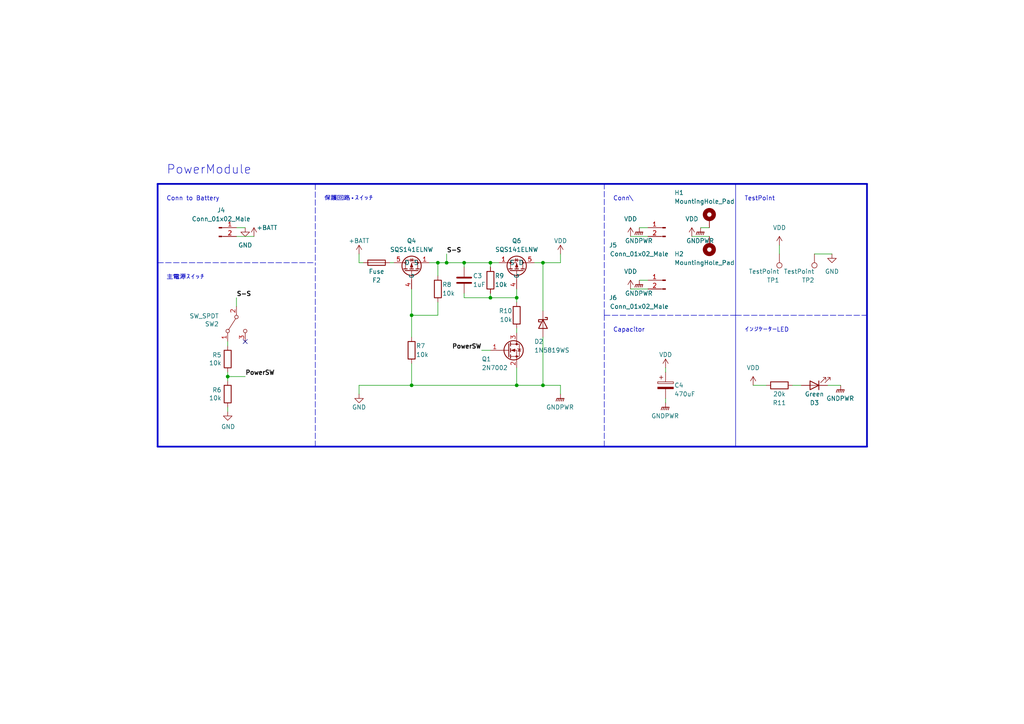
<source format=kicad_sch>
(kicad_sch (version 20230121) (generator eeschema)
  (paper "A4")
  (lib_symbols
    (symbol "AON6411_1"
      (property "Reference" "Q" (at 5.08 1.905 0))
      (property "Value" "AON6411" (at 5.08 0 0))
      (symbol "AON6411_1_0_1"
        (polyline (pts (xy 0.254 0) (xy -2.54 0)))
        (polyline (pts (xy 0.254 1.905) (xy 0.254 -1.905)) (stroke (width 0.254)))
        (polyline (pts (xy 0.762 -1.27) (xy 0.762 -2.286)) (stroke (width 0.254)))
        (polyline (pts (xy 0.762 0.508) (xy 0.762 -0.508)) (stroke (width 0.254)))
        (polyline (pts (xy 0.762 2.286) (xy 0.762 1.27)) (stroke (width 0.254)))
        (polyline (pts (xy 2.54 2.54) (xy 2.54 1.778)))
        (polyline (pts (xy 2.54 -2.54) (xy 2.54 0) (xy 0.762 0)))
        (polyline (pts (xy 0.762 1.778) (xy 3.302 1.778) (xy 3.302 -1.778) (xy 0.762 -1.778)))
        (polyline (pts (xy 2.286 0) (xy 1.27 0.381) (xy 1.27 -0.381) (xy 2.286 0)) (fill (type outline)))
        (polyline (pts (xy 2.794 -0.508) (xy 2.921 -0.381) (xy 3.683 -0.381) (xy 3.81 -0.254)))
        (polyline (pts (xy 3.302 -0.381) (xy 2.921 0.254) (xy 3.683 0.254) (xy 3.302 -0.381)))
        (circle (center 1.651 0) (radius 2.794) (stroke (width 0.254)))
        (circle (center 2.54 -1.778) (radius 0.254) (fill (type outline)))
        (circle (center 2.54 1.778) (radius 0.254) (fill (type outline)))
      )
      (symbol "AON6411_1_1_1"
        (pin passive line (at 2.54 -5.08 90) (length 2.54) (name "S") (number "1"))
        (pin passive line (at 2.54 -5.08 90) (length 2.54) hide (name "S") (number "2"))
        (pin passive line (at 2.54 -5.08 90) (length 2.54) hide (name "S") (number "3"))
        (pin input line (at -5.08 0 0) (length 2.54) (name "G") (number "4"))
        (pin passive line (at 2.54 5.08 270) (length 2.54) (name "D") (number "5"))
      )
    )
    (symbol "Connector:Conn_01x02_Male" (pin_names (offset 1.016) hide)
      (property "Reference" "J" (at 0 2.54 0))
      (property "Value" "Conn_01x02_Male" (at 0 -5.08 0))
      (symbol "Conn_01x02_Male_1_1"
        (polyline (pts (xy 1.27 -2.54) (xy 0.8636 -2.54)) (stroke (width 0.1524)))
        (polyline (pts (xy 1.27 0) (xy 0.8636 0)) (stroke (width 0.1524)))
        (rectangle (start 0.8636 -2.413) (end 0 -2.667) (stroke (width 0.1524)) (fill (type outline)))
        (rectangle (start 0.8636 0.127) (end 0 -0.127) (stroke (width 0.1524)) (fill (type outline)))
        (pin passive line (at 5.08 0 180) (length 3.81) (name "Pin_1") (number "1"))
        (pin passive line (at 5.08 -2.54 180) (length 3.81) (name "Pin_2") (number "2"))
      )
    )
    (symbol "Connector:TestPoint" (pin_numbers hide) (pin_names (offset 0.762) hide)
      (property "Reference" "TP" (at 0 6.858 0))
      (property "Value" "TestPoint" (at 0 5.08 0))
      (symbol "TestPoint_0_1"
        (circle (center 0 3.302) (radius 0.762))
      )
      (symbol "TestPoint_1_1"
        (pin passive line (at 0 0 90) (length 2.54) (name "1") (number "1"))
      )
    )
    (symbol "D_Schottky_3" (pin_numbers hide) (pin_names (offset 1.016) hide)
      (property "Reference" "D" (at 0 2.54 0))
      (property "Value" "D_Schottky_3" (at 0 -2.54 0))
      (symbol "D_Schottky_3_0_1"
        (polyline (pts (xy 1.27 0) (xy -1.27 0)))
        (polyline (pts (xy 1.27 1.27) (xy 1.27 -1.27) (xy -1.27 0) (xy 1.27 1.27)) (stroke (width 0.254)))
        (polyline (pts (xy -1.905 0.635) (xy -1.905 1.27) (xy -1.27 1.27) (xy -1.27 -1.27) (xy -0.635 -1.27) (xy -0.635 -0.635)) (stroke (width 0.254)))
      )
      (symbol "D_Schottky_3_1_1"
        (pin passive line (at -3.81 0 0) (length 2.54) (name "K") (number "1"))
        (pin passive line (at 3.81 0 180) (length 2.54) (name "A") (number "2"))
      )
    )
    (symbol "Device:C" (pin_numbers hide) (pin_names (offset 0.254))
      (property "Reference" "C" (at 0.635 2.54 0))
      (property "Value" "C" (at 0.635 -2.54 0))
      (symbol "C_0_1"
        (polyline (pts (xy -2.032 -0.762) (xy 2.032 -0.762)) (stroke (width 0.508)))
        (polyline (pts (xy -2.032 0.762) (xy 2.032 0.762)) (stroke (width 0.508)))
      )
      (symbol "C_1_1"
        (pin passive line (at 0 3.81 270) (length 2.794) (name "~") (number "1"))
        (pin passive line (at 0 -3.81 90) (length 2.794) (name "~") (number "2"))
      )
    )
    (symbol "Device:C_Polarized" (pin_numbers hide) (pin_names (offset 0.254))
      (property "Reference" "C" (at 0.635 2.54 0))
      (property "Value" "C_Polarized" (at 0.635 -2.54 0))
      (symbol "C_Polarized_0_1"
        (rectangle (start -2.286 0.508) (end 2.286 1.016))
        (polyline (pts (xy -1.778 2.286) (xy -0.762 2.286)))
        (polyline (pts (xy -1.27 2.794) (xy -1.27 1.778)))
        (rectangle (start 2.286 -0.508) (end -2.286 -1.016) (fill (type outline)))
      )
      (symbol "C_Polarized_1_1"
        (pin passive line (at 0 3.81 270) (length 2.794) (name "~") (number "1"))
        (pin passive line (at 0 -3.81 90) (length 2.794) (name "~") (number "2"))
      )
    )
    (symbol "Device:Fuse" (pin_numbers hide) (pin_names (offset 0))
      (property "Reference" "F" (at 2.032 0 90))
      (property "Value" "Fuse" (at -1.905 0 90))
      (symbol "Fuse_0_1"
        (rectangle (start -0.762 -2.54) (end 0.762 2.54) (stroke (width 0.254)))
        (polyline (pts (xy 0 2.54) (xy 0 -2.54)))
      )
      (symbol "Fuse_1_1"
        (pin passive line (at 0 3.81 270) (length 1.27) (name "~") (number "1"))
        (pin passive line (at 0 -3.81 90) (length 1.27) (name "~") (number "2"))
      )
    )
    (symbol "Device:LED" (pin_numbers hide) (pin_names (offset 1.016) hide)
      (property "Reference" "D" (at 0 2.54 0))
      (property "Value" "LED" (at 0 -2.54 0))
      (symbol "LED_0_1"
        (polyline (pts (xy -1.27 -1.27) (xy -1.27 1.27)) (stroke (width 0.254)))
        (polyline (pts (xy -1.27 0) (xy 1.27 0)))
        (polyline (pts (xy 1.27 -1.27) (xy 1.27 1.27) (xy -1.27 0) (xy 1.27 -1.27)) (stroke (width 0.254)))
        (polyline (pts (xy -3.048 -0.762) (xy -4.572 -2.286) (xy -3.81 -2.286) (xy -4.572 -2.286) (xy -4.572 -1.524)))
        (polyline (pts (xy -1.778 -0.762) (xy -3.302 -2.286) (xy -2.54 -2.286) (xy -3.302 -2.286) (xy -3.302 -1.524)))
      )
      (symbol "LED_1_1"
        (pin passive line (at -3.81 0 0) (length 2.54) (name "K") (number "1"))
        (pin passive line (at 3.81 0 180) (length 2.54) (name "A") (number "2"))
      )
    )
    (symbol "Device:R" (pin_numbers hide) (pin_names (offset 0))
      (property "Reference" "R" (at 2.032 0 90))
      (property "Value" "R" (at 0 0 90))
      (symbol "R_0_1"
        (rectangle (start -1.016 -2.54) (end 1.016 2.54) (stroke (width 0.254)))
      )
      (symbol "R_1_1"
        (pin passive line (at 0 3.81 270) (length 1.27) (name "~") (number "1"))
        (pin passive line (at 0 -3.81 90) (length 1.27) (name "~") (number "2"))
      )
    )
    (symbol "Mechanical:MountingHole_Pad" (pin_numbers hide) (pin_names (offset 1.016) hide)
      (property "Reference" "H" (at 0 6.35 0))
      (property "Value" "MountingHole_Pad" (at 0 4.445 0))
      (symbol "MountingHole_Pad_0_1"
        (circle (center 0 1.27) (radius 1.27) (stroke (width 1.27)))
      )
      (symbol "MountingHole_Pad_1_1"
        (pin input line (at 0 -2.54 90) (length 2.54) (name "1") (number "1"))
      )
    )
    (symbol "Switch:SW_SPDT" (pin_names (offset 0) hide)
      (property "Reference" "SW" (at 0 4.318 0))
      (property "Value" "SW_SPDT" (at 0 -5.08 0))
      (symbol "SW_SPDT_0_0"
        (circle (center -2.032 0) (radius 0.508))
        (circle (center 2.032 -2.54) (radius 0.508))
      )
      (symbol "SW_SPDT_0_1"
        (polyline (pts (xy -1.524 0.254) (xy 1.651 2.286)))
        (circle (center 2.032 2.54) (radius 0.508))
      )
      (symbol "SW_SPDT_1_1"
        (pin passive line (at 5.08 2.54 180) (length 2.54) (name "A") (number "1"))
        (pin passive line (at -5.08 0 0) (length 2.54) (name "B") (number "2"))
        (pin passive line (at 5.08 -2.54 180) (length 2.54) (name "C") (number "3"))
      )
    )
    (symbol "Transistor_FET:2N7002" (pin_names hide)
      (property "Reference" "Q" (at 5.08 1.905 0))
      (property "Value" "2N7002" (at 5.08 0 0))
      (symbol "2N7002_0_1"
        (polyline (pts (xy 0.254 0) (xy -2.54 0)))
        (polyline (pts (xy 0.254 1.905) (xy 0.254 -1.905)) (stroke (width 0.254)))
        (polyline (pts (xy 0.762 -1.27) (xy 0.762 -2.286)) (stroke (width 0.254)))
        (polyline (pts (xy 0.762 0.508) (xy 0.762 -0.508)) (stroke (width 0.254)))
        (polyline (pts (xy 0.762 2.286) (xy 0.762 1.27)) (stroke (width 0.254)))
        (polyline (pts (xy 2.54 2.54) (xy 2.54 1.778)))
        (polyline (pts (xy 2.54 -2.54) (xy 2.54 0) (xy 0.762 0)))
        (polyline (pts (xy 0.762 -1.778) (xy 3.302 -1.778) (xy 3.302 1.778) (xy 0.762 1.778)))
        (polyline (pts (xy 1.016 0) (xy 2.032 0.381) (xy 2.032 -0.381) (xy 1.016 0)) (fill (type outline)))
        (polyline (pts (xy 2.794 0.508) (xy 2.921 0.381) (xy 3.683 0.381) (xy 3.81 0.254)))
        (polyline (pts (xy 3.302 0.381) (xy 2.921 -0.254) (xy 3.683 -0.254) (xy 3.302 0.381)))
        (circle (center 1.651 0) (radius 2.794) (stroke (width 0.254)))
        (circle (center 2.54 -1.778) (radius 0.254) (fill (type outline)))
        (circle (center 2.54 1.778) (radius 0.254) (fill (type outline)))
      )
      (symbol "2N7002_1_1"
        (pin input line (at -5.08 0 0) (length 2.54) (name "G") (number "1"))
        (pin passive line (at 2.54 -5.08 90) (length 2.54) (name "S") (number "2"))
        (pin passive line (at 2.54 5.08 270) (length 2.54) (name "D") (number "3"))
      )
    )
    (symbol "Transistor_FET:AON6411"
      (property "Reference" "Q" (at 5.08 1.905 0))
      (property "Value" "AON6411" (at 5.08 0 0))
      (symbol "AON6411_0_1"
        (polyline (pts (xy 0.254 0) (xy -2.54 0)))
        (polyline (pts (xy 0.254 1.905) (xy 0.254 -1.905)) (stroke (width 0.254)))
        (polyline (pts (xy 0.762 -1.27) (xy 0.762 -2.286)) (stroke (width 0.254)))
        (polyline (pts (xy 0.762 0.508) (xy 0.762 -0.508)) (stroke (width 0.254)))
        (polyline (pts (xy 0.762 2.286) (xy 0.762 1.27)) (stroke (width 0.254)))
        (polyline (pts (xy 2.54 2.54) (xy 2.54 1.778)))
        (polyline (pts (xy 2.54 -2.54) (xy 2.54 0) (xy 0.762 0)))
        (polyline (pts (xy 0.762 1.778) (xy 3.302 1.778) (xy 3.302 -1.778) (xy 0.762 -1.778)))
        (polyline (pts (xy 2.286 0) (xy 1.27 0.381) (xy 1.27 -0.381) (xy 2.286 0)) (fill (type outline)))
        (polyline (pts (xy 2.794 -0.508) (xy 2.921 -0.381) (xy 3.683 -0.381) (xy 3.81 -0.254)))
        (polyline (pts (xy 3.302 -0.381) (xy 2.921 0.254) (xy 3.683 0.254) (xy 3.302 -0.381)))
        (circle (center 1.651 0) (radius 2.794) (stroke (width 0.254)))
        (circle (center 2.54 -1.778) (radius 0.254) (fill (type outline)))
        (circle (center 2.54 1.778) (radius 0.254) (fill (type outline)))
      )
      (symbol "AON6411_1_1"
        (pin passive line (at 2.54 -5.08 90) (length 2.54) (name "S") (number "1"))
        (pin passive line (at 2.54 -5.08 90) (length 2.54) hide (name "S") (number "2"))
        (pin passive line (at 2.54 -5.08 90) (length 2.54) hide (name "S") (number "3"))
        (pin input line (at -5.08 0 0) (length 2.54) (name "G") (number "4"))
        (pin passive line (at 2.54 5.08 270) (length 2.54) (name "D") (number "5"))
      )
    )
    (symbol "power:+BATT" (power) (pin_names (offset 0))
      (property "Value" "+BATT" (at 0 3.556 0))
      (symbol "+BATT_0_1"
        (polyline (pts (xy -0.762 1.27) (xy 0 2.54)))
        (polyline (pts (xy 0 0) (xy 0 2.54)))
        (polyline (pts (xy 0 2.54) (xy 0.762 1.27)))
      )
      (symbol "+BATT_1_1"
        (pin power_in line (at 0 0 90) (length 0) hide (name "+BATT") (number "1"))
      )
    )
    (symbol "power:GND" (power) (pin_names (offset 0))
      (property "Value" "GND" (at 0 -3.81 0))
      (symbol "GND_0_1"
        (polyline (pts (xy 0 0) (xy 0 -1.27) (xy 1.27 -1.27) (xy 0 -2.54) (xy -1.27 -1.27) (xy 0 -1.27)))
      )
      (symbol "GND_1_1"
        (pin power_in line (at 0 0 270) (length 0) hide (name "GND") (number "1"))
      )
    )
    (symbol "power:GNDPWR" (power) (pin_names (offset 0))
      (property "Value" "GNDPWR" (at 0 -3.302 0))
      (symbol "GNDPWR_0_1"
        (polyline (pts (xy 0 -1.27) (xy 0 0)))
        (polyline (pts (xy -1.016 -1.27) (xy -1.27 -2.032) (xy -1.27 -2.032)) (stroke (width 0.2032)))
        (polyline (pts (xy -0.508 -1.27) (xy -0.762 -2.032) (xy -0.762 -2.032)) (stroke (width 0.2032)))
        (polyline (pts (xy 0 -1.27) (xy -0.254 -2.032) (xy -0.254 -2.032)) (stroke (width 0.2032)))
        (polyline (pts (xy 0.508 -1.27) (xy 0.254 -2.032) (xy 0.254 -2.032)) (stroke (width 0.2032)))
        (polyline (pts (xy 1.016 -1.27) (xy -1.016 -1.27) (xy -1.016 -1.27)) (stroke (width 0.2032)))
        (polyline (pts (xy 1.016 -1.27) (xy 0.762 -2.032) (xy 0.762 -2.032) (xy 0.762 -2.032)) (stroke (width 0.2032)))
      )
      (symbol "GNDPWR_1_1"
        (pin power_in line (at 0 0 270) (length 0) hide (name "GNDPWR") (number "1"))
      )
    )
    (symbol "power:VDD" (power) (pin_names (offset 0))
      (property "Value" "VDD" (at 0 3.81 0))
      (symbol "VDD_0_1"
        (polyline (pts (xy -0.762 1.27) (xy 0 2.54)))
        (polyline (pts (xy 0 0) (xy 0 2.54)))
        (polyline (pts (xy 0 2.54) (xy 0.762 1.27)))
      )
      (symbol "VDD_1_1"
        (pin power_in line (at 0 0 90) (length 0) hide (name "VDD") (number "1"))
      )
    )
  )
  (junction (at 142.24 76.2))
  (junction (at 142.24 86.36))
  (junction (at 157.48 76.2))
  (junction (at 149.86 86.36))
  (junction (at 157.48 111.76))
  (junction (at 119.38 111.76))
  (junction (at 119.38 91.44))
  (junction (at 149.86 111.76))
  (junction (at 127 76.2))
  (junction (at 129.54 76.2))
  (junction (at 66.04 109.22))
  (junction (at 134.62 76.2))
  (no_connect (at 71.12 99.06))
  (polyline (pts (xy 45.72 53.34) (xy 251.46 53.34)) (stroke (width 0.5) (type solid)))
  (wire (pts (xy 129.54 73.66) (xy 129.54 76.2)))
  (wire (pts (xy 149.86 106.68) (xy 149.86 111.76)))
  (wire (pts (xy 162.56 114.3) (xy 162.56 111.76)))
  (wire (pts (xy 127 87.63) (xy 127 91.44)))
  (wire (pts (xy 104.14 111.76) (xy 119.38 111.76)))
  (wire (pts (xy 187.96 81.28) (xy 185.42 81.28)))
  (polyline (pts (xy 45.72 76.2) (xy 91.44 76.2)) (stroke (width 0) (type dash)))
  (wire (pts (xy 71.12 109.22) (xy 66.04 109.22)))
  (wire (pts (xy 205.74 66.04) (xy 203.2 66.04)))
  (wire (pts (xy 139.7 101.6) (xy 142.24 101.6)))
  (wire (pts (xy 157.48 76.2) (xy 162.56 76.2)))
  (wire (pts (xy 236.22 73.66) (xy 241.3 73.66)))
  (wire (pts (xy 154.94 76.2) (xy 157.48 76.2)))
  (wire (pts (xy 149.86 86.36) (xy 149.86 87.63)))
  (wire (pts (xy 66.04 118.11) (xy 66.04 119.38)))
  (wire (pts (xy 66.04 109.22) (xy 66.04 110.49)))
  (wire (pts (xy 127 91.44) (xy 119.38 91.44)))
  (wire (pts (xy 134.62 86.36) (xy 142.24 86.36)))
  (wire (pts (xy 229.87 111.76) (xy 232.41 111.76)))
  (wire (pts (xy 149.86 95.25) (xy 149.86 96.52)))
  (polyline (pts (xy 91.44 129.54) (xy 91.44 76.2)) (stroke (width 0) (type dash)))
  (wire (pts (xy 113.03 76.2) (xy 114.3 76.2)))
  (wire (pts (xy 218.44 111.76) (xy 222.25 111.76)))
  (wire (pts (xy 68.58 66.04) (xy 71.12 66.04)))
  (wire (pts (xy 157.48 111.76) (xy 162.56 111.76)))
  (wire (pts (xy 104.14 111.76) (xy 104.14 114.3)))
  (wire (pts (xy 124.46 76.2) (xy 127 76.2)))
  (wire (pts (xy 119.38 105.41) (xy 119.38 111.76)))
  (wire (pts (xy 157.48 97.79) (xy 157.48 111.76)))
  (wire (pts (xy 142.24 86.36) (xy 149.86 86.36)))
  (wire (pts (xy 193.04 106.68) (xy 193.04 107.95)))
  (wire (pts (xy 134.62 85.09) (xy 134.62 86.36)))
  (wire (pts (xy 157.48 76.2) (xy 157.48 90.17)))
  (wire (pts (xy 127 76.2) (xy 127 80.01)))
  (wire (pts (xy 119.38 83.82) (xy 119.38 91.44)))
  (wire (pts (xy 142.24 85.09) (xy 142.24 86.36)))
  (wire (pts (xy 66.04 107.95) (xy 66.04 109.22)))
  (wire (pts (xy 66.04 99.06) (xy 66.04 100.33)))
  (wire (pts (xy 142.24 76.2) (xy 144.78 76.2)))
  (polyline (pts (xy 213.36 91.44) (xy 251.46 91.44)) (stroke (width 0) (type dash)))
  (polyline (pts (xy 175.26 129.54) (xy 175.26 91.44)) (stroke (width 0) (type dash)))
  (wire (pts (xy 149.86 111.76) (xy 157.48 111.76)))
  (wire (pts (xy 193.04 115.57) (xy 193.04 116.84)))
  (wire (pts (xy 119.38 91.44) (xy 119.38 97.79)))
  (wire (pts (xy 104.14 76.2) (xy 105.41 76.2)))
  (wire (pts (xy 134.62 76.2) (xy 142.24 76.2)))
  (wire (pts (xy 68.58 68.58) (xy 73.66 68.58)))
  (wire (pts (xy 187.96 83.82) (xy 182.88 83.82)))
  (wire (pts (xy 187.96 68.58) (xy 182.88 68.58)))
  (wire (pts (xy 68.58 86.36) (xy 68.58 88.9)))
  (wire (pts (xy 240.03 111.76) (xy 243.84 111.76)))
  (wire (pts (xy 162.56 73.66) (xy 162.56 76.2)))
  (polyline (pts (xy 175.26 91.44) (xy 175.26 53.34)) (stroke (width 0) (type dash)))
  (polyline (pts (xy 251.46 129.54) (xy 45.72 129.54)) (stroke (width 0.5) (type solid)))
  (wire (pts (xy 134.62 76.2) (xy 134.62 77.47)))
  (wire (pts (xy 104.14 73.66) (xy 104.14 76.2)))
  (wire (pts (xy 187.96 66.04) (xy 185.42 66.04)))
  (wire (pts (xy 142.24 76.2) (xy 142.24 77.47)))
  (wire (pts (xy 205.74 68.58) (xy 200.66 68.58)))
  (polyline (pts (xy 91.44 53.34) (xy 91.44 76.2)) (stroke (width 0) (type dash)))
  (wire (pts (xy 149.86 83.82) (xy 149.86 86.36)))
  (polyline (pts (xy 251.46 53.34) (xy 251.46 129.54)) (stroke (width 0.5) (type solid)))
  (polyline (pts (xy 213.36 91.44) (xy 213.36 53.34)) (stroke (width 0) (type solid)))
  (polyline (pts (xy 45.72 129.54) (xy 45.72 53.34)) (stroke (width 0.5) (type solid)))
  (wire (pts (xy 119.38 111.76) (xy 149.86 111.76)))
  (wire (pts (xy 127 76.2) (xy 129.54 76.2)))
  (wire (pts (xy 226.06 71.12) (xy 226.06 73.66)))
  (wire (pts (xy 129.54 76.2) (xy 134.62 76.2)))
  (polyline (pts (xy 213.36 129.54) (xy 213.36 91.44)) (stroke (width 0) (type solid)))
  (polyline (pts (xy 175.26 91.44) (xy 213.36 91.44)) (stroke (width 0) (type dash)))
  (text "Capacitor" (at 177.8 96.52 0) (effects (font (size 1.27 1.27)) (justify left bottom)))
  (text "Conn\\" (at 177.8 58.42 0) (effects (font (size 1.27 1.27)) (justify left bottom)))
  (text "TestPoint" (at 215.9 58.42 0) (effects (font (size 1.27 1.27)) (justify left bottom)))
  (text "保護回路・スイッチ" (at 93.98 58.42 0) (effects (font (size 1.27 1.27)) (justify left bottom)))
  (text "インジケーターLED" (at 215.9 96.52 0) (effects (font (size 1.27 1.27)) (justify left bottom)))
  (text "主電源スイッチ" (at 48.26 81.28 0) (effects (font (size 1.27 1.27)) (justify left bottom)))
  (text "PowerModule" (at 48.26 50.8 0) (effects (font (size 2.54 2.54)) (justify left bottom)))
  (text "Conn to Battery" (at 48.26 58.42 0) (effects (font (size 1.27 1.27)) (justify left bottom)))
  (label "PowerSW" (at 71.12 109.22 0) (effects (font (thickness 0.254) bold)))
  (label "S-S" (at 68.58 86.36 0) (effects (font (thickness 0.254) bold)))
  (label "PowerSW" (at 139.7 101.6 180) (effects (font (thickness 0.254) bold)))
  (label "S-S" (at 129.54 73.66 0) (effects (font (thickness 0.254) bold)))
  (symbol (lib_id "Device:R") (at 142.24 81.28 0) (unit 1)
    (property "Reference" "R9" (at 143.51 80.01 0) (effects (justify left)))
    (property "Value" "10k" (at 143.51 82.55 0) (effects (justify left)))
    (property "Footprint" "Resistor_SMD:R_0402_1005Metric" (effects hide))
  )
  (symbol (lib_id "Transistor_FET:2N7002") (at 147.32 101.6 0) (unit 1)
    (property "Reference" "Q1" (at 139.7 104.14 0) (effects (justify left)))
    (property "Value" "2N7002" (at 139.7 106.68 0) (effects (justify left)))
    (property "Footprint" "Package_TO_SOT_SMD:SOT-23" (effects hide))
    (property "Datasheet" "https://www.onsemi.com/pub/Collateral/NDS7002A-D.PDF" (effects hide))
  )
  (symbol (lib_id "Device:R") (at 66.04 114.3 0) (mirror y) (unit 1)
    (property "Reference" "R6" (at 64.262 113.1316 0) (effects (justify left)))
    (property "Value" "10k" (at 64.262 115.443 0) (effects (justify left)))
    (property "Footprint" "Resistor_SMD:R_0402_1005Metric" (effects hide))
  )
  (symbol (lib_id "power:GNDPWR") (at 185.42 81.28 0) (unit 1)
    (property "Reference" "#PWR027" (effects hide))
    (property "Value" "GNDPWR" (at 185.293 85.09 0))
  )
  (symbol (lib_id "Connector:Conn_01x02_Male") (at 193.04 66.04 0) (mirror y) (unit 1)
    (property "Reference" "J5" (at 177.8 71.12 0))
    (property "Value" "Conn_01x02_Male" (at 185.42 73.66 0))
    (property "Footprint" "Connector_Molex:Molex_SPOX_5267-02A_1x02_P2.50mm_Vertical" (effects hide))
  )
  (symbol (lib_name "D_Schottky_3") (lib_id "Device:D_Schottky") (at 157.48 93.98 270) (unit 1)
    (property "Reference" "D2" (at 154.94 99.06 90) (effects (justify left)))
    (property "Value" "1N5819WS" (at 154.94 101.6 90) (effects (justify left)))
    (property "Footprint" "Diode_SMD:D_SOD-323_HandSoldering" (effects hide))
  )
  (symbol (lib_id "Connector:Conn_01x02_Male") (at 63.5 66.04 0) (unit 1)
    (property "Reference" "J4" (at 64.135 60.96 0))
    (property "Value" "Conn_01x02_Male" (at 64.135 63.5 0))
    (property "Footprint" "Connector_AMASS:AMASS_XT30U-M_1x02_P5.0mm_Vertical" (effects hide))
  )
  (symbol (lib_id "power:GND") (at 241.3 73.66 0) (unit 1)
    (property "Reference" "#PWR024" (effects hide))
    (property "Value" "GND" (at 241.3 78.74 0))
  )
  (symbol (lib_id "power:GNDPWR") (at 185.42 66.04 0) (unit 1)
    (property "Reference" "#PWR019" (effects hide))
    (property "Value" "GNDPWR" (at 185.293 69.85 0))
  )
  (symbol (lib_id "power:GNDPWR") (at 193.04 116.84 0) (unit 1)
    (property "Reference" "#PWR021" (effects hide))
    (property "Value" "GNDPWR" (at 192.913 120.65 0))
  )
  (symbol (lib_id "power:GND") (at 104.14 114.3 0) (unit 1)
    (property "Reference" "#PWR015" (effects hide))
    (property "Value" "GND" (at 104.14 118.11 0))
  )
  (symbol (lib_id "Device:C_Polarized") (at 193.04 111.76 0) (unit 1)
    (property "Reference" "C4" (at 195.58 111.76 0) (effects (justify left)))
    (property "Value" "470uF" (at 195.58 114.3 0) (effects (justify left)))
    (property "Footprint" "Capacitor_SMD:C_Elec_8x10.2" (effects hide))
  )
  (symbol (lib_id "power:GNDPWR") (at 243.84 111.76 0) (unit 1)
    (property "Reference" "#PWR025" (effects hide))
    (property "Value" "GNDPWR" (at 243.713 115.57 0))
  )
  (symbol (lib_id "power:VDD") (at 200.66 68.58 0) (unit 1)
    (property "Reference" "#PWR028" (effects hide))
    (property "Value" "VDD" (at 200.66 63.5 0))
  )
  (symbol (lib_id "Device:LED") (at 236.22 111.76 180) (unit 1)
    (property "Reference" "D3" (at 236.22 116.84 0))
    (property "Value" "Green" (at 236.22 114.3 0))
    (property "Footprint" "LED_SMD:LED_0603_1608Metric_Pad1.05x0.95mm_HandSolder" (effects hide))
  )
  (symbol (lib_id "Device:R") (at 149.86 91.44 0) (mirror y) (unit 1)
    (property "Reference" "R10" (at 148.59 90.17 0) (effects (justify left)))
    (property "Value" "10k" (at 148.59 92.71 0) (effects (justify left)))
    (property "Footprint" "Resistor_SMD:R_0402_1005Metric" (effects hide))
  )
  (symbol (lib_id "Mechanical:MountingHole_Pad") (at 205.74 63.5 0) (unit 1)
    (property "Reference" "H1" (at 195.58 55.88 0) (effects (justify left)))
    (property "Value" "MountingHole_Pad" (at 195.58 58.42 0) (effects (justify left)))
    (property "Footprint" "MountingHole:MountingHole_3.2mm_M3_Pad_Via" (effects hide))
  )
  (symbol (lib_id "Device:C") (at 134.62 81.28 0) (unit 1)
    (property "Reference" "C3" (at 137.16 80.01 0) (effects (justify left)))
    (property "Value" "1uF" (at 137.16 82.55 0) (effects (justify left)))
    (property "Footprint" "Capacitor_SMD:C_0402_1005Metric" (effects hide))
  )
  (symbol (lib_id "Device:R") (at 66.04 104.14 0) (mirror y) (unit 1)
    (property "Reference" "R5" (at 64.262 102.9716 0) (effects (justify left)))
    (property "Value" "10k" (at 64.262 105.283 0) (effects (justify left)))
    (property "Footprint" "Resistor_SMD:R_0402_1005Metric" (effects hide))
  )
  (symbol (lib_id "Device:R") (at 119.38 101.6 0) (unit 1)
    (property "Reference" "R7" (at 120.65 100.33 0) (effects (justify left)))
    (property "Value" "10k" (at 120.65 102.87 0) (effects (justify left)))
    (property "Footprint" "Resistor_SMD:R_0402_1005Metric" (effects hide))
  )
  (symbol (lib_id "Device:Fuse") (at 109.22 76.2 90) (mirror x) (unit 1)
    (property "Reference" "F2" (at 109.22 81.28 90))
    (property "Value" "Fuse" (at 109.22 78.74 90))
    (property "Footprint" "Fuse:Fuseholder_Blade_Mini_Keystone_3568" (effects hide))
  )
  (symbol (lib_id "Mechanical:MountingHole_Pad") (at 205.74 71.12 180) (unit 1)
    (property "Reference" "H2" (at 195.58 73.66 0) (effects (justify right)))
    (property "Value" "MountingHole_Pad" (at 195.58 76.2 0) (effects (justify right)))
    (property "Footprint" "MountingHole:MountingHole_3.2mm_M3_Pad_Via" (effects hide))
  )
  (symbol (lib_id "power:VDD") (at 218.44 111.76 0) (unit 1)
    (property "Reference" "#PWR022" (effects hide))
    (property "Value" "VDD" (at 218.44 106.68 0))
  )
  (symbol (lib_id "power:GND") (at 71.12 66.04 0) (unit 1)
    (property "Reference" "#PWR012" (effects hide))
    (property "Value" "GND" (at 71.12 71.12 0))
  )
  (symbol (lib_id "Device:R") (at 127 83.82 0) (unit 1)
    (property "Reference" "R8" (at 128.27 82.55 0) (effects (justify left)))
    (property "Value" "10k" (at 128.27 85.09 0) (effects (justify left)))
    (property "Footprint" "Resistor_SMD:R_0402_1005Metric" (effects hide))
  )
  (symbol (lib_id "power:GNDPWR") (at 203.2 66.04 0) (unit 1)
    (property "Reference" "#PWR029" (effects hide))
    (property "Value" "GNDPWR" (at 203.073 69.85 0))
  )
  (symbol (lib_id "Connector:TestPoint") (at 226.06 73.66 180) (unit 1)
    (property "Reference" "TP1" (at 226.06 81.28 0) (effects (justify left)))
    (property "Value" "TestPoint" (at 226.06 78.74 0) (effects (justify left)))
    (property "Footprint" "TestPoint:TestPoint_THTPad_D2.0mm_Drill1.0mm" (effects hide))
  )
  (symbol (lib_id "power:VDD") (at 193.04 106.68 0) (unit 1)
    (property "Reference" "#PWR020" (effects hide))
    (property "Value" "VDD" (at 193.04 102.87 0))
  )
  (symbol (lib_id "Switch:SW_SPDT") (at 68.58 93.98 90) (mirror x) (unit 1)
    (property "Reference" "SW2" (at 63.5 93.98 90) (effects (justify left)))
    (property "Value" "SW_SPDT" (at 63.5 91.6686 90) (effects (justify left)))
    (property "Footprint" "TomoshibiLibrary:SW_Slide_3P_SPDT" (effects hide))
  )
  (symbol (lib_id "power:+BATT") (at 104.14 73.66 0) (unit 1)
    (property "Reference" "#PWR014" (effects hide))
    (property "Value" "+BATT" (at 104.14 69.85 0))
  )
  (symbol (lib_id "power:VDD") (at 182.88 68.58 0) (unit 1)
    (property "Reference" "#PWR018" (effects hide))
    (property "Value" "VDD" (at 182.88 63.5 0))
  )
  (symbol (lib_id "Device:R") (at 226.06 111.76 270) (mirror x) (unit 1)
    (property "Reference" "R11" (at 226.06 116.84 90))
    (property "Value" "20k" (at 226.06 114.3 90))
    (property "Footprint" "Resistor_SMD:R_0402_1005Metric" (effects hide))
  )
  (symbol (lib_id "power:+BATT") (at 73.66 68.58 0) (unit 1)
    (property "Reference" "#PWR013" (effects hide))
    (property "Value" "+BATT" (at 77.47 66.04 0))
  )
  (symbol (lib_id "Transistor_FET:AON6411") (at 119.38 78.74 90) (unit 1)
    (property "Reference" "Q4" (at 119.38 69.85 90))
    (property "Value" "SQS141ELNW" (at 119.38 72.39 90))
    (property "Footprint" "TomoshibiLibrary:Package_TSON-Advance" (effects hide))
    (property "Datasheet" "http://www.aosmd.com/res/data_sheets/AON6411.pdf" (effects hide))
  )
  (symbol (lib_id "power:VDD") (at 162.56 73.66 0) (unit 1)
    (property "Reference" "#PWR016" (effects hide))
    (property "Value" "VDD" (at 162.56 69.85 0))
  )
  (symbol (lib_id "Connector:Conn_01x02_Male") (at 193.04 81.28 0) (mirror y) (unit 1)
    (property "Reference" "J6" (at 177.8 86.36 0))
    (property "Value" "Conn_01x02_Male" (at 185.42 88.9 0))
    (property "Footprint" "Connector_Molex:Molex_SPOX_5267-02A_1x02_P2.50mm_Vertical" (effects hide))
  )
  (symbol (lib_id "power:GND") (at 66.04 119.38 0) (unit 1)
    (property "Reference" "#PWR08" (effects hide))
    (property "Value" "GND" (at 66.167 123.7742 0))
  )
  (symbol (lib_name "AON6411_1") (lib_id "Transistor_FET:AON6411") (at 149.86 78.74 270) (mirror x) (unit 1)
    (property "Reference" "Q6" (at 149.86 69.85 90))
    (property "Value" "SQS141ELNW" (at 149.86 72.39 90))
    (property "Footprint" "TomoshibiLibrary:Package_TSON-Advance" (effects hide))
    (property "Datasheet" "http://www.aosmd.com/res/data_sheets/AON6411.pdf" (effects hide))
  )
  (symbol (lib_id "Connector:TestPoint") (at 236.22 73.66 180) (unit 1)
    (property "Reference" "TP2" (at 236.22 81.28 0) (effects (justify left)))
    (property "Value" "TestPoint" (at 236.22 78.74 0) (effects (justify left)))
    (property "Footprint" "TestPoint:TestPoint_THTPad_D2.0mm_Drill1.0mm" (effects hide))
  )
  (symbol (lib_id "power:GNDPWR") (at 162.56 114.3 0) (unit 1)
    (property "Reference" "#PWR017" (effects hide))
    (property "Value" "GNDPWR" (at 162.433 118.11 0))
  )
  (symbol (lib_id "power:VDD") (at 226.06 71.12 0) (unit 1)
    (property "Reference" "#PWR023" (effects hide))
    (property "Value" "VDD" (at 226.06 66.04 0))
  )
  (symbol (lib_id "power:VDD") (at 182.88 83.82 0) (unit 1)
    (property "Reference" "#PWR026" (effects hide))
    (property "Value" "VDD" (at 182.88 78.74 0))
  )
)
</source>
